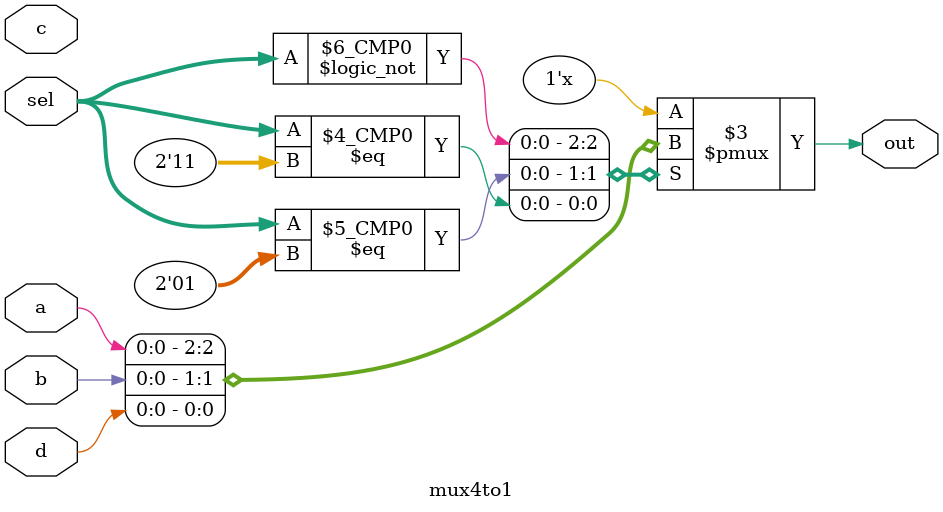
<source format=v>

module mux4to1(out, a, b, c, d, sel);
output out;
input a, b, c, d;
input [1:0] sel;
reg out;

always @(sel or a or b or c or d)
begin
	case (sel)
	2'd0: out = a;
  	2'd1: out = b;
  	2'd3: out = d;
	endcase
end
endmodule



</source>
